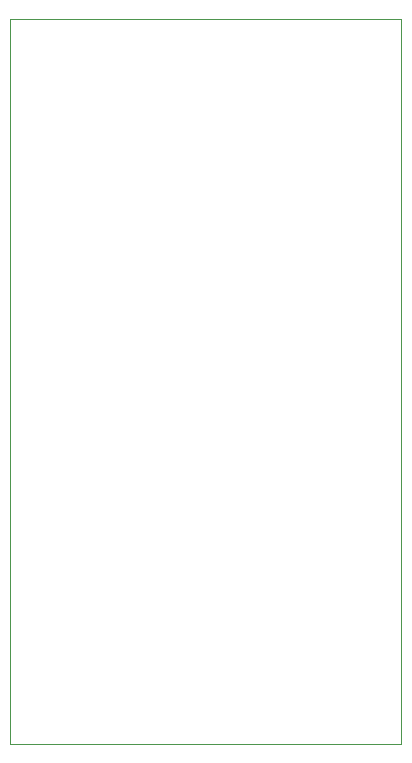
<source format=gbr>
%TF.GenerationSoftware,KiCad,Pcbnew,7.0.9*%
%TF.CreationDate,2023-12-30T17:24:47+01:00*%
%TF.ProjectId,rainguage,7261696e-6775-4616-9765-2e6b69636164,rev?*%
%TF.SameCoordinates,Original*%
%TF.FileFunction,Profile,NP*%
%FSLAX46Y46*%
G04 Gerber Fmt 4.6, Leading zero omitted, Abs format (unit mm)*
G04 Created by KiCad (PCBNEW 7.0.9) date 2023-12-30 17:24:47*
%MOMM*%
%LPD*%
G01*
G04 APERTURE LIST*
%TA.AperFunction,Profile*%
%ADD10C,0.100000*%
%TD*%
G04 APERTURE END LIST*
D10*
X156678276Y-59822987D02*
X189790697Y-59822987D01*
X189790697Y-121225803D01*
X156678276Y-121225803D01*
X156678276Y-59822987D01*
M02*

</source>
